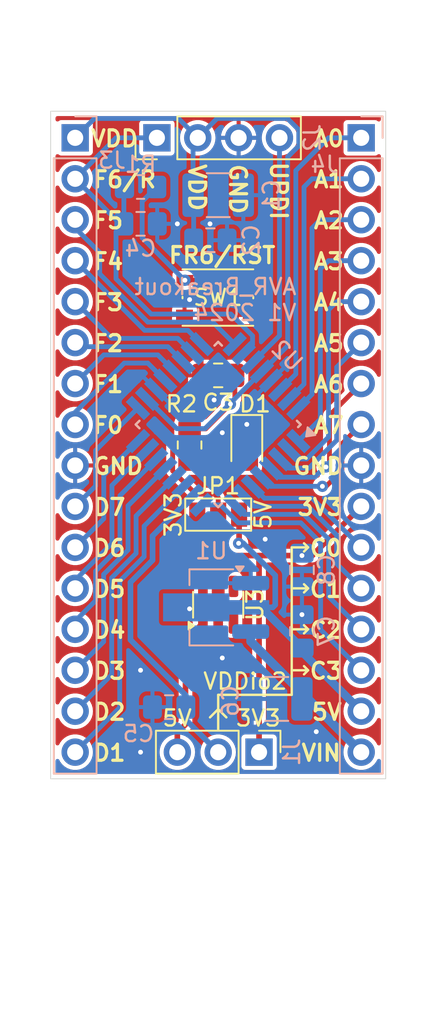
<source format=kicad_pcb>
(kicad_pcb (version 20240108) (generator "pcbnew") (generator_version "8.0")
  (layers (0 "F.Cu" signal) (31 "B.Cu" signal) (34 "B.Paste" user) (35 "F.Paste" user) (36 "B.SilkS" user "B.Silkscreen") (37 "F.SilkS" user "F.Silkscreen") (38 "B.Mask" user) (39 "F.Mask" user) (44 "Edge.Cuts" user))
  (net 0 "")
  (net 1 "GND")
  (net 2 "/UPDI")
  (net 3 "VDD")
  (net 4 "PF6{slash}RST")
  (net 5 "PF3")
  (net 6 "PF4")
  (net 7 "PD7{slash}REFA")
  (net 8 "PD1")
  (net 9 "PD4")
  (net 10 "PF2")
  (net 11 "PD2")
  (net 12 "PD6")
  (net 13 "PF1")
  (net 14 "PD5")
  (net 15 "PF5")
  (net 16 "PF0")
  (net 17 "PD3")
  (net 18 "PC3")
  (net 19 "PA3")
  (net 20 "VDDIO2")
  (net 21 "PA6")
  (net 22 "PA1")
  (net 23 "VIN")
  (net 24 "PA4")
  (net 25 "PC1")
  (net 26 "PA0")
  (net 27 "PA2")
  (net 28 "PC2")
  (net 29 "PC0")
  (net 30 "PA5")
  (net 31 "PA7")
  (net 32 "Net-(R1-Pad2)")
  (net 33 "Net-(D1-A)")
  (net 34 "3V3")
  (net 36 "5V")
  (footprint "Button_Switch_SMD:SW_Push_1P1T_NO_Vertical_Wuerth_434133025816" (layer "F.Cu") (at 153.652 75.946 180)
    (property "Reference" "SW1" (at 0 0 180) (layer "F.SilkS"))
    (property "Value" "SW_Push")
    (fp_line (start 2.2 0.05) (end 2.2 -0.05) (stroke (width 0.12)) (layer "F.SilkS"))
    (fp_line (start 2.2 -1.75) (end -2.2 -1.75) (stroke (width 0.12)) (layer "F.SilkS"))
    (fp_line (start -2.2 1.75) (end 2.2 1.75) (stroke (width 0.12)) (layer "F.SilkS"))
    (fp_line (start -2.2 0.05) (end -2.2 -0.05) (stroke (width 0.12)) (layer "F.SilkS"))
    (pad "1" smd rect (at -2.075 -1.075 180) (size 1.05 0.65) (layers "F.Cu" "F.Paste" "F.Mask") (net 1 "GND"))
    (pad "1" smd rect (at 2.075 -1.075 180) (size 1.05 0.65) (layers "F.Cu" "F.Paste" "F.Mask") (net 1 "GND"))
    (pad "2" smd rect (at -2.075 1.075 180) (size 1.05 0.65) (layers "F.Cu" "F.Paste" "F.Mask") (net 32 "Net-(R1-Pad2)"))
    (pad "2" smd rect (at 2.05 1.075 180) (size 1.05 0.65) (layers "F.Cu" "F.Paste" "F.Mask") (net 32 "Net-(R1-Pad2)"))
  )
  (footprint "LED_SMD:LED_0805_2012Metric_Pad1.15x1.40mm_HandSolder" (layer "F.Cu") (at 155.448 85.09 -90)
    (property "Reference" "D1" (at -2.54 -0.508 0) (layer "F.SilkS"))
    (property "Value" "LED")
    (fp_line (start -1.86 0.96) (end 1 0.96) (stroke (width 0.12)) (layer "F.SilkS"))
    (fp_line (start -1.86 -0.96) (end -1.86 0.96) (stroke (width 0.12)) (layer "F.SilkS"))
    (fp_line (start 1 -0.96) (end -1.86 -0.96) (stroke (width 0.12)) (layer "F.SilkS"))
    (pad "1" smd roundrect (at -1.025 0 270) (size 1.15 1.4) (layers "F.Cu" "F.Paste" "F.Mask") (roundrect_rratio 0.217391) (net 1 "GND"))
    (pad "2" smd roundrect (at 1.025 0 270) (size 1.15 1.4) (layers "F.Cu" "F.Paste" "F.Mask") (roundrect_rratio 0.217391) (net 33 "Net-(D1-A)"))
  )
  (footprint "Jumper:SolderJumper-3_P1.3mm_Open_Pad1.0x1.5mm_NumberLabels" (layer "F.Cu") (at 153.67 89.408)
    (property "Reference" "JP1" (at 0 -1.778 0) (layer "F.SilkS"))
    (property "Value" "SolderJumper_3_Open")
    (fp_line (start -2.05 -1) (end 2.05 -1) (stroke (width 0.12)) (layer "F.SilkS"))
    (fp_line (start -2.05 1) (end -2.05 -1) (stroke (width 0.12)) (layer "F.SilkS"))
    (fp_line (start 2.05 -1) (end 2.05 1) (stroke (width 0.12)) (layer "F.SilkS"))
    (fp_line (start 2.05 1) (end -2.05 1) (stroke (width 0.12)) (layer "F.SilkS"))
    (fp_text user "5V" (at 2.794 0 -90) (layer "F.SilkS"))
    (fp_text user "3V3" (at -2.794 0 90) (layer "F.SilkS"))
    (pad "1" smd rect (at -1.3 0) (size 1 1.5) (layers "F.Cu" "F.Mask") (net 34 "3V3"))
    (pad "2" smd rect (at 0 0) (size 1 1.5) (layers "F.Cu" "F.Mask") (net 3 "VDD"))
    (pad "3" smd rect (at 1.3 0) (size 1 1.5) (layers "F.Cu" "F.Mask") (net 36 "5V"))
  )
  (footprint "Connector_PinHeader_2.54mm:PinHeader_1x03_P2.54mm_Vertical" (layer "F.Cu") (at 156.21 104.14 -90)
    (property "Reference" "J1" (at 0 -2.032 -90) (layer "B.SilkS") (effects (justify mirror)))
    (property "Value" "Conn_01x03")
    (fp_line (start -1.33 6.41) (end 1.33 6.41) (stroke (width 0.12)) (layer "F.SilkS"))
    (fp_line (start -1.33 1.27) (end -1.33 6.41) (stroke (width 0.12)) (layer "F.SilkS"))
    (fp_line (start -1.33 1.27) (end 1.33 1.27) (stroke (width 0.12)) (layer "F.SilkS"))
    (fp_line (start 1.33 1.27) (end 1.33 6.41) (stroke (width 0.12)) (layer "F.SilkS"))
    (fp_line (start -1.33 0) (end -1.33 -1.33) (stroke (width 0.12)) (layer "F.SilkS"))
    (fp_line (start -1.33 -1.33) (end 0 -1.33) (stroke (width 0.12)) (layer "F.SilkS"))
    (pad "1" thru_hole rect (at 0 0 270) (size 1.7 1.7) (drill 1) (layers "*.Cu" "*.Mask") (net 34 "3V3"))
    (pad "2" thru_hole oval (at 0 2.54 270) (size 1.7 1.7) (drill 1) (layers "*.Cu" "*.Mask") (net 20 "VDDIO2"))
    (pad "3" thru_hole oval (at 0 5.08 270) (size 1.7 1.7) (drill 1) (layers "*.Cu" "*.Mask") (net 36 "5V"))
  )
  (footprint "Connector_PinHeader_2.54mm:PinHeader_1x04_P2.54mm_Vertical" (layer "F.Cu") (at 149.86 66.04 90)
    (property "Reference" "J2" (at 0 9.652 90) (layer "B.SilkS") (effects (justify mirror)))
    (property "Value" "Conn_01x04")
    (fp_line (start -1.33 -1.33) (end 0 -1.33) (stroke (width 0.12)) (layer "F.SilkS"))
    (fp_line (start -1.33 0) (end -1.33 -1.33) (stroke (width 0.12)) (layer "F.SilkS"))
    (fp_line (start 1.33 1.27) (end 1.33 8.95) (stroke (width 0.12)) (layer "F.SilkS"))
    (fp_line (start -1.33 1.27) (end 1.33 1.27) (stroke (width 0.12)) (layer "F.SilkS"))
    (fp_line (start -1.33 1.27) (end -1.33 8.95) (stroke (width 0.12)) (layer "F.SilkS"))
    (fp_line (start -1.33 8.95) (end 1.33 8.95) (stroke (width 0.12)) (layer "F.SilkS"))
    (pad "1" thru_hole rect (at 0 0 90) (size 1.7 1.7) (drill 1) (layers "*.Cu" "*.Mask") (net 4 "PF6{slash}RST"))
    (pad "2" thru_hole oval (at 0 2.54 90) (size 1.7 1.7) (drill 1) (layers "*.Cu" "*.Mask") (net 3 "VDD"))
    (pad "3" thru_hole oval (at 0 5.08 90) (size 1.7 1.7) (drill 1) (layers "*.Cu" "*.Mask") (net 1 "GND"))
    (pad "4" thru_hole oval (at 0 7.62 90) (size 1.7 1.7) (drill 1) (layers "*.Cu" "*.Mask") (net 2 "/UPDI"))
  )
  (footprint "Capacitor_SMD:C_0805_2012Metric_Pad1.18x1.45mm_HandSolder" (layer "F.Cu") (at 153.67 80.772 180)
    (property "Reference" "C3" (at 0 -1.68 0) (layer "F.SilkS"))
    (property "Value" "100nf")
    (fp_line (start -0.261252 0.735) (end 0.261252 0.735) (stroke (width 0.12)) (layer "F.SilkS"))
    (fp_line (start -0.261252 -0.735) (end 0.261252 -0.735) (stroke (width 0.12)) (layer "F.SilkS"))
    (pad "1" smd roundrect (at -1.0375 0 180) (size 1.175 1.45) (layers "F.Cu" "F.Paste" "F.Mask") (roundrect_rratio 0.212766) (net 3 "VDD"))
    (pad "2" smd roundrect (at 1.0375 0 180) (size 1.175 1.45) (layers "F.Cu" "F.Paste" "F.Mask") (roundrect_rratio 0.212766) (net 1 "GND"))
  )
  (footprint "Resistor_SMD:R_0805_2012Metric_Pad1.20x1.40mm_HandSolder" (layer "F.Cu") (at 151.892 85.09 90)
    (property "Reference" "R2" (at 2.54 -0.508 180) (layer "F.SilkS"))
    (property "Value" "1K")
    (fp_line (start -0.227064 -0.735) (end 0.227064 -0.735) (stroke (width 0.12)) (layer "F.SilkS"))
    (fp_line (start -0.227064 0.735) (end 0.227064 0.735) (stroke (width 0.12)) (layer "F.SilkS"))
    (pad "1" smd roundrect (at -1 0 90) (size 1.2 1.4) (layers "F.Cu" "F.Paste" "F.Mask") (roundrect_rratio 0.208333) (net 33 "Net-(D1-A)"))
    (pad "2" smd roundrect (at 1 0 90) (size 1.2 1.4) (layers "F.Cu" "F.Paste" "F.Mask") (roundrect_rratio 0.208333) (net 3 "VDD"))
  )
  (footprint "Package_TO_SOT_SMD:SOT-23-5" (layer "F.Cu") (at 153.67 94.996 90)
    (property "Reference" "U3" (at 0 2.286 90) (layer "F.SilkS"))
    (property "Value" "AP2112K-3.3")
    (fp_line (start 0 -1.56) (end 0.8 -1.56) (stroke (width 0.12)) (layer "F.SilkS"))
    (fp_line (start 0 -1.56) (end -0.8 -1.56) (stroke (width 0.12)) (layer "F.SilkS"))
    (fp_line (start 0 1.56) (end 0.8 1.56) (stroke (width 0.12)) (layer "F.SilkS"))
    (fp_line (start 0 1.56) (end -0.8 1.56) (stroke (width 0.12)) (layer "F.SilkS"))
    (fp_poly (pts (xy -1.3 -1.51) (xy -1.54 -1.84) (xy -1.06 -1.84) (xy -1.3 -1.51)) (stroke (width 0.12)) (fill solid) (layer "F.SilkS"))
    (pad "1" smd roundrect (at -1.1375 -0.95 90) (size 1.325 0.6) (layers "F.Cu" "F.Paste" "F.Mask") (net 36 "5V"))
    (pad "2" smd roundrect (at -1.1375 0 90) (size 1.325 0.6) (layers "F.Cu" "F.Paste" "F.Mask") (net 1 "GND"))
    (pad "3" smd roundrect (at -1.1375 0.95 90) (size 1.325 0.6) (layers "F.Cu" "F.Paste" "F.Mask") (net 36 "5V"))
    (pad "4" smd roundrect (at 1.1375 0.95 90) (size 1.325 0.6) (layers "F.Cu" "F.Paste" "F.Mask"))
    (pad "5" smd roundrect (at 1.1375 -0.95 90) (size 1.325 0.6) (layers "F.Cu" "F.Paste" "F.Mask") (net 34 "3V3"))
  )
  (footprint "Connector_PinHeader_2.54mm:PinHeader_1x16_P2.54mm_Vertical" (layer "B.Cu") (at 162.56 66.04 180)
    (property "Reference" "J4" (at 2.286 -1.651 0) (layer "B.SilkS") (effects (justify mirror)))
    (property "Value" "Conn_01x16")
    (fp_line (start 1.33 -1.27) (end -1.33 -1.27) (stroke (width 0.12)) (layer "B.SilkS"))
    (fp_line (start 1.33 -39.43) (end 1.33 -1.27) (stroke (width 0.12)) (layer "B.SilkS"))
    (fp_line (start 1.33 -39.43) (end -1.33 -39.43) (stroke (width 0.12)) (layer "B.SilkS"))
    (fp_line (start 0 1.33) (end -1.33 1.33) (stroke (width 0.12)) (layer "B.SilkS"))
    (fp_line (start -1.33 1.33) (end -1.33 0) (stroke (width 0.12)) (layer "B.SilkS"))
    (fp_line (start -1.33 -39.43) (end -1.33 -1.27) (stroke (width 0.12)) (layer "B.SilkS"))
    (pad "1" thru_hole rect (at 0 0 180) (size 1.7 1.7) (drill 1) (layers "*.Cu" "*.Mask") (net 26 "PA0"))
    (pad "2" thru_hole oval (at 0 -2.54 180) (size 1.7 1.7) (drill 1) (layers "*.Cu" "*.Mask") (net 22 "PA1"))
    (pad "3" thru_hole oval (at 0 -5.08 180) (size 1.7 1.7) (drill 1) (layers "*.Cu" "*.Mask") (net 27 "PA2"))
    (pad "4" thru_hole oval (at 0 -7.62 180) (size 1.7 1.7) (drill 1) (layers "*.Cu" "*.Mask") (net 19 "PA3"))
    (pad "5" thru_hole oval (at 0 -10.16 180) (size 1.7 1.7) (drill 1) (layers "*.Cu" "*.Mask") (net 24 "PA4"))
    (pad "6" thru_hole oval (at 0 -12.7 180) (size 1.7 1.7) (drill 1) (layers "*.Cu" "*.Mask") (net 30 "PA5"))
    (pad "7" thru_hole oval (at 0 -15.24 180) (size 1.7 1.7) (drill 1) (layers "*.Cu" "*.Mask") (net 21 "PA6"))
    (pad "8" thru_hole oval (at 0 -17.78 180) (size 1.7 1.7) (drill 1) (layers "*.Cu" "*.Mask") (net 31 "PA7"))
    (pad "9" thru_hole oval (at 0 -20.32 180) (size 1.7 1.7) (drill 1) (layers "*.Cu" "*.Mask") (net 1 "GND"))
    (pad "10" thru_hole oval (at 0 -22.86 180) (size 1.7 1.7) (drill 1) (layers "*.Cu" "*.Mask") (net 34 "3V3"))
    (pad "11" thru_hole oval (at 0 -25.4 180) (size 1.7 1.7) (drill 1) (layers "*.Cu" "*.Mask") (net 29 "PC0"))
    (pad "12" thru_hole oval (at 0 -27.94 180) (size 1.7 1.7) (drill 1) (layers "*.Cu" "*.Mask") (net 25 "PC1"))
    (pad "13" thru_hole oval (at 0 -30.48 180) (size 1.7 1.7) (drill 1) (layers "*.Cu" "*.Mask") (net 28 "PC2"))
    (pad "14" thru_hole oval (at 0 -33.02 180) (size 1.7 1.7) (drill 1) (layers "*.Cu" "*.Mask") (net 18 "PC3"))
    (pad "15" thru_hole oval (at 0 -35.56 180) (size 1.7 1.7) (drill 1) (layers "*.Cu" "*.Mask") (net 36 "5V"))
    (pad "16" thru_hole oval (at 0 -38.1 180) (size 1.7 1.7) (drill 1) (layers "*.Cu" "*.Mask") (net 23 "VIN"))
  )
  (footprint "Connector_PinHeader_2.54mm:PinHeader_1x16_P2.54mm_Vertical" (layer "B.Cu") (at 144.78 66.04 180)
    (property "Reference" "J3" (at -2.286 -1.397 0) (layer "B.SilkS") (effects (justify mirror)))
    (property "Value" "Conn_01x16")
    (fp_line (start 1.33 -1.27) (end -1.33 -1.27) (stroke (width 0.12)) (layer "B.SilkS"))
    (fp_line (start 1.33 -39.43) (end 1.33 -1.27) (stroke (width 0.12)) (layer "B.SilkS"))
    (fp_line (start 1.33 -39.43) (end -1.33 -39.43) (stroke (width 0.12)) (layer "B.SilkS"))
    (fp_line (start 0 1.33) (end -1.33 1.33) (stroke (width 0.12)) (layer "B.SilkS"))
    (fp_line (start -1.33 1.33) (end -1.33 0) (stroke (width 0.12)) (layer "B.SilkS"))
    (fp_line (start -1.33 -39.43) (end -1.33 -1.27) (stroke (width 0.12)) (layer "B.SilkS"))
    (pad "1" thru_hole rect (at 0 0 180) (size 1.7 1.7) (drill 1) (layers "*.Cu" "*.Mask") (net 3 "VDD"))
    (pad "2" thru_hole oval (at 0 -2.54 180) (size 1.7 1.7) (drill 1) (layers "*.Cu" "*.Mask") (net 4 "PF6{slash}RST"))
    (pad "3" thru_hole oval (at 0 -5.08 180) (size 1.7 1.7) (drill 1) (layers "*.Cu" "*.Mask") (net 15 "PF5"))
    (pad "4" thru_hole oval (at 0 -7.62 180) (size 1.7 1.7) (drill 1) (layers "*.Cu" "*.Mask") (net 6 "PF4"))
    (pad "5" thru_hole oval (at 0 -10.16 180) (size 1.7 1.7) (drill 1) (layers "*.Cu" "*.Mask") (net 5 "PF3"))
    (pad "6" thru_hole oval (at 0 -12.7 180) (size 1.7 1.7) (drill 1) (layers "*.Cu" "*.Mask") (net 10 "PF2"))
    (pad "7" thru_hole oval (at 0 -15.24 180) (size 1.7 1.7) (drill 1) (layers "*.Cu" "*.Mask") (net 13 "PF1"))
    (pad "8" thru_hole oval (at 0 -17.78 180) (size 1.7 1.7) (drill 1) (layers "*.Cu" "*.Mask") (net 16 "PF0"))
    (pad "9" thru_hole oval (at 0 -20.32 180) (size 1.7 1.7) (drill 1) (layers "*.Cu" "*.Mask") (net 1 "GND"))
    (pad "10" thru_hole oval (at 0 -22.86 180) (size 1.7 1.7) (drill 1) (layers "*.Cu" "*.Mask") (net 7 "PD7{slash}REFA"))
    (pad "11" thru_hole oval (at 0 -25.4 180) (size 1.7 1.7) (drill 1) (layers "*.Cu" "*.Mask") (net 12 "PD6"))
    (pad "12" thru_hole oval (at 0 -27.94 180) (size 1.7 1.7) (drill 1) (layers "*.Cu" "*.Mask") (net 14 "PD5"))
    (pad "13" thru_hole oval (at 0 -30.48 180) (size 1.7 1.7) (drill 1) (layers "*.Cu" "*.Mask") (net 9 "PD4"))
    (pad "14" thru_hole oval (at 0 -33.02 180) (size 1.7 1.7) (drill 1) (layers "*.Cu" "*.Mask") (net 17 "PD3"))
    (pad "15" thru_hole oval (at 0 -35.56 180) (size 1.7 1.7) (drill 1) (layers "*.Cu" "*.Mask") (net 11 "PD2"))
    (pad "16" thru_hole oval (at 0 -38.1 180) (size 1.7 1.7) (drill 1) (layers "*.Cu" "*.Mask") (net 8 "PD1"))
  )
  (footprint "Capacitor_SMD:C_0805_2012Metric_Pad1.18x1.45mm_HandSolder" (layer "B.Cu") (at 150.622 101.346 180)
    (property "Reference" "C5" (at 1.905 -1.651 180) (layer "B.SilkS") (effects (justify mirror)))
    (property "Value" "100nf")
    (fp_line (start 0.261252 0.735) (end -0.261252 0.735) (stroke (width 0.12)) (layer "B.SilkS"))
    (fp_line (start 0.261252 -0.735) (end -0.261252 -0.735) (stroke (width 0.12)) (layer "B.SilkS"))
    (pad "1" smd roundrect (at -1.0375 0 180) (size 1.175 1.45) (layers "B.Cu" "B.Paste" "B.Mask") (roundrect_rratio 0.212766) (net 20 "VDDIO2"))
    (pad "2" smd roundrect (at 1.0375 0 180) (size 1.175 1.45) (layers "B.Cu" "B.Paste" "B.Mask") (roundrect_rratio 0.212766) (net 1 "GND"))
  )
  (footprint "Package_TO_SOT_SMD:SOT-89-3_Handsoldering" (layer "B.Cu") (at 153.243 95.1605 180)
    (property "Reference" "U1" (at 0 3.5 0) (layer "B.SilkS") (effects (justify mirror)))
    (property "Value" "AZ1117R-5.0")
    (fp_line (start 1.36 2.36) (end 1.36 1.38) (stroke (width 0.12)) (layer "B.SilkS"))
    (fp_line (start 1.36 2.36) (end -1.22 2.36) (stroke (width 0.12)) (layer "B.SilkS"))
    (fp_line (start 1.36 2.36) (end -1.36 2.36) (stroke (width 0.12)) (layer "B.SilkS"))
    (fp_line (start 1.36 -2.36) (end 1.36 -1.38) (stroke (width 0.12)) (layer "B.SilkS"))
    (fp_line (start -1.36 -2.36) (end 1.36 -2.36) (stroke (width 0.12)) (layer "B.SilkS"))
    (fp_poly (pts (xy -1.77 2.21) (xy -2.01 2.54) (xy -1.53 2.54) (xy -1.77 2.21)) (stroke (width 0.12)) (fill solid) (layer "B.SilkS"))
    (pad "1" smd roundrect (at -2.45 1.5 180) (size 2.3 0.9) (layers "B.Cu" "B.Paste" "B.Mask") (net 1 "GND"))
    (pad "2" smd custom (at -2.3625 0 180) (size 2.475 0.9) (layers "B.Cu" "B.Paste" "B.Mask") (net 36 "5V") (options (clearance outline) (anchor rect)) (primitives (gr_poly (pts (xy 5.3625 -0.8665) (xy 1.2375 -0.8665) (xy 1.2375 0.8665) (xy 5.3625 0.8665)) (width 0) (fill yes))))
    (pad "3" smd roundrect (at -2.45 -1.5 180) (size 2.3 0.9) (layers "B.Cu" "B.Paste" "B.Mask") (net 23 "VIN"))
  )
  (footprint "Package_QFP:TQFP-32_7x7mm_P0.8mm" (layer "B.Cu") (at 153.67 83.82 135)
    (property "Reference" "U2" (at 0 6.05 135) (layer "B.SilkS") (effects (justify mirror)))
    (property "Value" "AVR128DB32x-xPT")
    (fp_line (start 3.625 -3.299999) (end 3.625 -3.625) (stroke (width 0.15)) (layer "B.SilkS"))
    (fp_line (start 3.299999 -3.625) (end 3.625 -3.625) (stroke (width 0.15)) (layer "B.SilkS"))
    (fp_line (start 3.625 3.299999) (end 3.625 3.625) (stroke (width 0.15)) (layer "B.SilkS"))
    (fp_line (start -3.299999 -3.625) (end -3.625 -3.625) (stroke (width 0.15)) (layer "B.SilkS"))
    (fp_line (start 3.299999 3.625) (end 3.625 3.625) (stroke (width 0.15)) (layer "B.SilkS"))
    (fp_line (start -3.625 -3.299999) (end -3.625 -3.625) (stroke (width 0.15)) (layer "B.SilkS"))
    (fp_line (start -3.299999 3.625) (end -3.625 3.625) (stroke (width 0.15)) (layer "B.SilkS"))
    (fp_line (start -3.625 3.4) (end -3.625 3.625) (stroke (width 0.15)) (layer "B.SilkS"))
    (fp_poly (pts (xy -4.39 3.34) (xy -4.73 3.81) (xy -4.05 3.81) (xy -4.39 3.34)) (stroke (width 0.12)) (fill solid) (layer "B.SilkS"))
    (pad "1" smd rect (at -4.25 2.8 135) (size 1.6 0.55) (layers "B.Cu" "B.Paste" "B.Mask") (net 19 "PA3"))
    (pad "2" smd rect (at -4.25 2 135) (size 1.6 0.55) (layers "B.Cu" "B.Paste" "B.Mask") (net 24 "PA4"))
    (pad "3" smd rect (at -4.25 1.2 135) (size 1.6 0.55) (layers "B.Cu" "B.Paste" "B.Mask") (net 30 "PA5"))
    (pad "4" smd rect (at -4.25 0.4 135) (size 1.6 0.55) (layers "B.Cu" "B.Paste" "B.Mask") (net 21 "PA6"))
    (pad "5" smd rect (at -4.25 -0.4 135) (size 1.6 0.55) (layers "B.Cu" "B.Paste" "B.Mask") (net 31 "PA7"))
    (pad "6" smd rect (at -4.25 -1.2 135) (size 1.6 0.55) (layers "B.Cu" "B.Paste" "B.Mask") (net 29 "PC0"))
    (pad "7" smd rect (at -4.25 -2 135) (size 1.6 0.55) (layers "B.Cu" "B.Paste" "B.Mask") (net 25 "PC1"))
    (pad "8" smd rect (at -4.25 -2.8 135) (size 1.6 0.55) (layers "B.Cu" "B.Paste" "B.Mask") (net 28 "PC2"))
    (pad "9" smd rect (at -2.8 -4.25 45) (size 1.6 0.55) (layers "B.Cu" "B.Paste" "B.Mask") (net 18 "PC3"))
    (pad "10" smd rect (at -2 -4.25 45) (size 1.6 0.55) (layers "B.Cu" "B.Paste" "B.Mask") (net 20 "VDDIO2"))
    (pad "11" smd rect (at -1.2 -4.25 45) (size 1.6 0.55) (layers "B.Cu" "B.Paste" "B.Mask") (net 8 "PD1"))
    (pad "12" smd rect (at -0.4 -4.25 45) (size 1.6 0.55) (layers "B.Cu" "B.Paste" "B.Mask") (net 11 "PD2"))
    (pad "13" smd rect (at 0.4 -4.25 45) (size 1.6 0.55) (layers "B.Cu" "B.Paste" "B.Mask") (net 17 "PD3"))
    (pad "14" smd rect (at 1.2 -4.25 45) (size 1.6 0.55) (layers "B.Cu" "B.Paste" "B.Mask") (net 9 "PD4"))
    (pad "15" smd rect (at 2 -4.25 45) (size 1.6 0.55) (layers "B.Cu" "B.Paste" "B.Mask") (net 14 "PD5"))
    (pad "16" smd rect (at 2.8 -4.25 45) (size 1.6 0.55) (layers "B.Cu" "B.Paste" "B.Mask") (net 12 "PD6"))
    (pad "17" smd rect (at 4.25 -2.8 135) (size 1.6 0.55) (layers "B.Cu" "B.Paste" "B.Mask") (net 7 "PD7{slash}REFA"))
    (pad "18" smd rect (at 4.25 -2 135) (size 1.6 0.55) (layers "B.Cu" "B.Paste" "B.Mask") (net 3 "VDD"))
    (pad "19" smd rect (at 4.25 -1.2 135) (size 1.6 0.55) (layers "B.Cu" "B.Paste" "B.Mask") (net 1 "GND"))
    (pad "20" smd rect (at 4.25 -0.4 135) (size 1.6 0.55) (layers "B.Cu" "B.Paste" "B.Mask") (net 16 "PF0"))
    (pad "21" smd rect (at 4.25 0.4 135) (size 1.6 0.55) (layers "B.Cu" "B.Paste" "B.Mask") (net 13 "PF1"))
    (pad "22" smd rect (at 4.25 1.2 135) (size 1.6 0.55) (layers "B.Cu" "B.Paste" "B.Mask") (net 10 "PF2"))
    (pad "23" smd rect (at 4.25 2 135) (size 1.6 0.55) (layers "B.Cu" "B.Paste" "B.Mask") (net 5 "PF3"))
    (pad "24" smd rect (at 4.25 2.8 135) (size 1.6 0.55) (layers "B.Cu" "B.Paste" "B.Mask") (net 6 "PF4"))
    (pad "25" smd rect (at 2.8 4.25 45) (size 1.6 0.55) (layers "B.Cu" "B.Paste" "B.Mask") (net 15 "PF5"))
    (pad "26" smd rect (at 2 4.25 45) (size 1.6 0.55) (layers "B.Cu" "B.Paste" "B.Mask") (net 4 "PF6{slash}RST"))
    (pad "27" smd rect (at 1.2 4.25 45) (size 1.6 0.55) (layers "B.Cu" "B.Paste" "B.Mask") (net 2 "/UPDI"))
    (pad "28" smd rect (at 0.4 4.25 45) (size 1.6 0.55) (layers "B.Cu" "B.Paste" "B.Mask") (net 3 "VDD"))
    (pad "29" smd rect (at -0.4 4.25 45) (size 1.6 0.55) (layers "B.Cu" "B.Paste" "B.Mask") (net 1 "GND"))
    (pad "30" smd rect (at -1.2 4.25 45) (size 1.6 0.55) (layers "B.Cu" "B.Paste" "B.Mask") (net 26 "PA0"))
    (pad "31" smd rect (at -2 4.25 45) (size 1.6 0.55) (layers "B.Cu" "B.Paste" "B.Mask") (net 22 "PA1"))
    (pad "32" smd rect (at -2.8 4.25 45) (size 1.6 0.55) (layers "B.Cu" "B.Paste" "B.Mask") (net 27 "PA2"))
  )
  (footprint "Capacitor_SMD:C_0805_2012Metric_Pad1.18x1.45mm_HandSolder" (layer "B.Cu") (at 153.1835 72.39)
    (property "Reference" "C2" (at 2.54 0 90) (layer "B.SilkS") (effects (justify mirror)))
    (property "Value" "100nf")
    (fp_line (start 0.261253 -0.735) (end -0.261253 -0.735) (stroke (width 0.12)) (layer "B.SilkS"))
    (fp_line (start 0.261253 0.735) (end -0.261253 0.735) (stroke (width 0.12)) (layer "B.SilkS"))
    (pad "1" smd roundrect (at -1.0375 0) (size 1.175 1.45) (layers "B.Cu" "B.Paste" "B.Mask") (roundrect_rratio 0.212766) (net 3 "VDD"))
    (pad "2" smd roundrect (at 1.0375 0) (size 1.175 1.45) (layers "B.Cu" "B.Paste" "B.Mask") (roundrect_rratio 0.212766) (net 1 "GND"))
  )
  (footprint "Capacitor_SMD:C_0805_2012Metric_Pad1.18x1.45mm_HandSolder" (layer "B.Cu") (at 158.877 92.837 90)
    (property "Reference" "C8" (at 0 1.524 90) (layer "B.SilkS") (effects (justify mirror)))
    (property "Value" "100nf")
    (fp_line (start 0.261252 -0.735) (end -0.261252 -0.735) (stroke (width 0.12)) (layer "B.SilkS"))
    (fp_line (start 0.261252 0.735) (end -0.261252 0.735) (stroke (width 0.12)) (layer "B.SilkS"))
    (pad "1" smd roundrect (at -1.0375 0 90) (size 1.175 1.45) (layers "B.Cu" "B.Paste" "B.Mask") (roundrect_rratio 0.212766) (net 1 "GND"))
    (pad "2" smd roundrect (at 1.0375 0 90) (size 1.175 1.45) (layers "B.Cu" "B.Paste" "B.Mask") (roundrect_rratio 0.212766) (net 34 "3V3"))
  )
  (footprint "Capacitor_SMD:C_0805_2012Metric_Pad1.18x1.45mm_HandSolder" (layer "B.Cu") (at 158.877 96.647 -90)
    (property "Reference" "C7" (at 0 -1.524 90) (layer "B.SilkS") (effects (justify mirror)))
    (property "Value" "100nf")
    (fp_line (start 0.261252 0.735) (end -0.261252 0.735) (stroke (width 0.12)) (layer "B.SilkS"))
    (fp_line (start 0.261252 -0.735) (end -0.261252 -0.735) (stroke (width 0.12)) (layer "B.SilkS"))
    (pad "1" smd roundrect (at -1.0375 0 270) (size 1.175 1.45) (layers "B.Cu" "B.Paste" "B.Mask") (roundrect_rratio 0.212766) (net 1 "GND"))
    (pad "2" smd roundrect (at 1.0375 0 270) (size 1.175 1.45) (layers "B.Cu" "B.Paste" "B.Mask") (roundrect_rratio 0.212766) (net 36 "5V"))
  )
  (footprint "Capacitor_SMD:C_1210_3225Metric_Pad1.33x2.70mm_HandSolder" (layer "B.Cu") (at 157.3145 100.838 180)
    (property "Reference" "C6" (at 2.8825 -0.127 90) (layer "B.SilkS") (effects (justify mirror)))
    (property "Value" "10uf")
    (fp_line (start 0.711252 1.36) (end -0.711252 1.36) (stroke (width 0.12)) (layer "B.SilkS"))
    (fp_line (start 0.711252 -1.36) (end -0.711252 -1.36) (stroke (width 0.12)) (layer "B.SilkS"))
    (pad "1" smd roundrect (at -1.5625 0 180) (size 1.325 2.7) (layers "B.Cu" "B.Paste" "B.Mask") (roundrect_rratio 0.188679) (net 23 "VIN"))
    (pad "2" smd roundrect (at 1.5625 0 180) (size 1.325 2.7) (layers "B.Cu" "B.Paste" "B.Mask") (roundrect_rratio 0.188679) (net 1 "GND"))
  )
  (footprint "Resistor_SMD:R_0805_2012Metric_Pad1.20x1.40mm_HandSolder" (layer "B.Cu") (at 148.844 69.088)
    (property "Reference" "R1" (at 0 -1.397 180) (layer "B.SilkS") (effects (justify mirror)))
    (property "Value" "330")
    (fp_line (start 0.227064 -0.735) (end -0.227064 -0.735) (stroke (width 0.12)) (layer "B.SilkS"))
    (fp_line (start 0.227064 0.735) (end -0.227064 0.735) (stroke (width 0.12)) (layer "B.SilkS"))
    (pad "1" smd roundrect (at -1 0) (size 1.2 1.4) (layers "B.Cu" "B.Paste" "B.Mask") (roundrect_rratio 0.208333) (net 4 "PF6{slash}RST"))
    (pad "2" smd roundrect (at 1 0) (size 1.2 1.4) (layers "B.Cu" "B.Paste" "B.Mask") (roundrect_rratio 0.208333) (net 32 "Net-(R1-Pad2)"))
  )
  (footprint "Capacitor_SMD:C_0805_2012Metric_Pad1.18x1.45mm_HandSolder" (layer "B.Cu") (at 148.844 71.374)
    (property "Reference" "C4" (at 0 1.524 0) (layer "B.SilkS") (effects (justify mirror)))
    (property "Value" "100nf")
    (fp_line (start 0.261252 -0.735) (end -0.261252 -0.735) (stroke (width 0.12)) (layer "B.SilkS"))
    (fp_line (start 0.261252 0.735) (end -0.261252 0.735) (stroke (width 0.12)) (layer "B.SilkS"))
    (pad "1" smd roundrect (at -1.0375 0) (size 1.175 1.45) (layers "B.Cu" "B.Paste" "B.Mask") (roundrect_rratio 0.212766) (net 4 "PF6{slash}RST"))
    (pad "2" smd roundrect (at 1.0375 0) (size 1.175 1.45) (layers "B.Cu" "B.Paste" "B.Mask") (roundrect_rratio 0.212766) (net 1 "GND"))
  )
  (footprint "Capacitor_SMD:C_1210_3225Metric_Pad1.33x2.70mm_HandSolder" (layer "B.Cu") (at 153.67 69.596)
    (property "Reference" "C1" (at 3.302 0 -90) (layer "B.SilkS") (effects (justify mirror)))
    (property "Value" "10uf")
    (fp_line (start 0.711252 -1.36) (end -0.711252 -1.36) (stroke (width 0.12)) (layer "B.SilkS"))
    (fp_line (start 0.711252 1.36) (end -0.711252 1.36) (stroke (width 0.12)) (layer "B.SilkS"))
    (pad "1" smd roundrect (at -1.5625 0) (size 1.325 2.7) (layers "B.Cu" "B.Paste" "B.Mask") (roundrect_rratio 0.188679) (net 3 "VDD"))
    (pad "2" smd roundrect (at 1.5625 0) (size 1.325 2.7) (layers "B.Cu" "B.Paste" "B.Mask") (roundrect_rratio 0.188679) (net 1 "GND"))
  )
  (gr_line (start 159.258 99.06) (end 159.004 98.806) (stroke (width 0.15)) (layer "F.SilkS"))
  (gr_line (start 159.004 93.726) (end 159.258 93.98) (stroke (width 0.15)) (layer "F.SilkS"))
  (gr_line (start 158.242 93.98) (end 159.258 93.98) (stroke (width 0.15)) (layer "F.SilkS"))
  (gr_line (start 154.178 101.981) (end 153.67 101.473) (stroke (width 0.15)) (layer "F.SilkS"))
  (gr_line (start 153.67 101.473) (end 153.162 101.981) (stroke (width 0.15)) (layer "F.SilkS"))
  (gr_line (start 158.242 96.52) (end 159.258 96.52) (stroke (width 0.15)) (layer "F.SilkS"))
  (gr_line (start 158.242 100.584) (end 153.67 100.584) (stroke (width 0.15)) (layer "F.SilkS"))
  (gr_line (start 159.004 91.186) (end 159.258 91.44) (stroke (width 0.15)) (layer "F.SilkS"))
  (gr_line (start 153.67 100.584) (end 153.67 102.743) (stroke (width 0.15)) (layer "F.SilkS"))
  (gr_line (start 158.242 91.44) (end 159.258 91.44) (stroke (width 0.15)) (layer "F.SilkS"))
  (gr_line (start 159.258 93.98) (end 159.004 94.234) (stroke (width 0.15)) (layer "F.SilkS"))
  (gr_line (start 159.258 96.52) (end 159.004 96.266) (stroke (width 0.15)) (layer "F.SilkS"))
  (gr_line (start 158.242 99.06) (end 159.258 99.06) (stroke (width 0.15)) (layer "F.SilkS"))
  (gr_line (start 158.242 100.584) (end 158.242 91.44) (stroke (width 0.15)) (layer "F.SilkS"))
  (gr_line (start 159.004 96.774) (end 159.258 96.52) (stroke (width 0.15)) (layer "F.SilkS"))
  (gr_line (start 159.004 99.314) (end 159.258 99.06) (stroke (width 0.15)) (layer "F.SilkS"))
  (gr_line (start 159.004 91.694) (end 159.258 91.44) (stroke (width 0.15)) (layer "F.SilkS"))
  (gr_rect (start 143.256 64.389) (end 164.084 105.791) (stroke (width 0.05)) (fill none) (layer "Edge.Cuts"))
  (gr_text "AVR_Breakout\nV1 2024" (at 158.623 77.47 0) (layer "B.SilkS") (effects (font (size 1 1)) (justify left bottom mirror)))
  (gr_text "C1\n" (at 159.258 94.615 0) (layer "F.SilkS") (effects (font (size 1 1) (thickness 0.2)) (justify left bottom)))
  (gr_text "F0" (at 145.796 84.455 0) (layer "F.SilkS") (effects (font (size 1 1) (thickness 0.2)) (justify left bottom)))
  (gr_text "A2" (at 159.512 71.755 0) (layer "F.SilkS") (effects (font (size 1 1) (thickness 0.2)) (justify left bottom)))
  (gr_text "D7" (at 145.796 89.535 0) (layer "F.SilkS") (effects (font (size 1 1) (thickness 0.2)) (justify left bottom)))
  (gr_text "F1" (at 145.796 81.915 0) (layer "F.SilkS") (effects (font (size 1 1) (thickness 0.2)) (justify left bottom)))
  (gr_text "5V" (at 159.385 102.235 0) (layer "F.SilkS") (effects (font (size 1 1) (thickness 0.2)) (justify left bottom)))
  (gr_text "VDD" (at 151.765 67.564 -90) (layer "F.SilkS") (effects (font (size 1 1) (thickness 0.2)) (justify left bottom)))
  (gr_text "VDD" (at 145.669 66.675 0) (layer "F.SilkS") (effects (font (size 1 1) (thickness 0.2)) (justify left bottom)))
  (gr_text "D3\n" (at 145.796 99.695 0) (layer "F.SilkS") (effects (font (size 1 1) (thickness 0.2)) (justify left bottom)))
  (gr_text "D5\n" (at 145.796 94.615 0) (layer "F.SilkS") (effects (font (size 1 1) (thickness 0.2)) (justify left bottom)))
  (gr_text "A3" (at 159.512 74.295 0) (layer "F.SilkS") (effects (font (size 1 1) (thickness 0.2)) (justify left bottom)))
  (gr_text "A6" (at 159.512 81.915 0) (layer "F.SilkS") (effects (font (size 1 1) (thickness 0.2)) (justify left bottom)))
  (gr_text "VIN" (at 158.75 104.775 0) (layer "F.SilkS") (effects (font (size 1 1) (thickness 0.2)) (justify left bottom)))
  (gr_text "UPDI" (at 156.845 67.437 270) (layer "F.SilkS") (effects (font (size 1 1) (thickness 0.2)) (justify left bottom)))
  (gr_text "GND" (at 158.242 86.995 0) (layer "F.SilkS") (effects (font (size 1 1) (thickness 0.2)) (justify left bottom)))
  (gr_text "5V" (at 150.114 102.616 0) (layer "F.SilkS") (effects (font (size 1 1)) (justify left bottom)))
  (gr_text "3V3" (at 158.496 89.535 0) (layer "F.SilkS") (effects (font (size 1 1) (thickness 0.2)) (justify left bottom)))
  (gr_text "A1" (at 159.512 69.215 0) (layer "F.SilkS") (effects (font (size 1 1) (thickness 0.2)) (justify left bottom)))
  (gr_text "F4" (at 145.796 74.295 0) (layer "F.SilkS") (effects (font (size 1 1) (thickness 0.2)) (justify left bottom)))
  (gr_text "C3\n" (at 159.258 99.695 0) (layer "F.SilkS") (effects (font (size 1 1) (thickness 0.2)) (justify left bottom)))
  (gr_text "D2\n" (at 145.796 102.235 0) (layer "F.SilkS") (effects (font (size 1 1) (thickness 0.2)) (justify left bottom)))
  (gr_text "GND" (at 145.796 86.995 0) (layer "F.SilkS") (effects (font (size 1 1) (thickness 0.2)) (justify left bottom)))
  (gr_text "C0\n" (at 159.258 92.075 0) (layer "F.SilkS") (effects (font (size 1 1) (thickness 0.2)) (justify left bottom)))
  (gr_text "F5" (at 145.796 71.755 0) (layer "F.SilkS") (effects (font (size 1 1) (thickness 0.2)) (justify left bottom)))
  (gr_text "GND" (at 154.305 67.564 270) (layer "F.SilkS") (effects (font (size 1 1) (thickness 0.2)) (justify left bottom)))
  (gr_text "A4" (at 159.512 76.835 0) (layer "F.SilkS") (effects (font (size 1 1) (thickness 0.2)) (justify left bottom)))
  (gr_text "F3" (at 145.796 76.835 0) (layer "F.SilkS") (effects (font (size 1 1) (thickness 0.2)) (justify left bottom)))
  (gr_text "D1\n" (at 145.796 104.775 0) (layer "F.SilkS") (effects (font (size 1 1) (thickness 0.2)) (justify left bottom)))
  (gr_text "F6/R" (at 145.796 69.215 0) (layer "F.SilkS") (effects (font (size 1 1) (thickness 0.2)) (justify left bottom)))
  (gr_text "FR6/RST" (at 150.495 73.914 0) (layer "F.SilkS") (effects (font (size 1 1) (thickness 0.2) (bold yes)) (justify left bottom)))
  (gr_text "A7" (at 159.512 84.455 0) (layer "F.SilkS") (effects (font (size 1 1) (thickness 0.2)) (justify left bottom)))
  (gr_text "D6\n" (at 145.796 92.075 0) (layer "F.SilkS") (effects (font (size 1 1) (thickness 0.2)) (justify left bottom)))
  (gr_text "VDDio2" (at 152.654 100.33 0) (layer "F.SilkS") (effects (font (size 1 1)) (justify left bottom)))
  (gr_text "A5" (at 159.512 79.375 0) (layer "F.SilkS") (effects (font (size 1 1) (thickness 0.2)) (justify left bottom)))
  (gr_text "D4\n" (at 145.796 97.155 0) (layer "F.SilkS") (effects (font (size 1 1) (thickness 0.2)) (justify left bottom)))
  (gr_text "A0" (at 159.512 66.675 0) (layer "F.SilkS") (effects (font (size 1 1) (thickness 0.2)) (justify left bottom)))
  (gr_text "3V3" (at 154.686 102.616 0) (layer "F.SilkS") (effects (font (size 1 1)) (justify left bottom)))
  (gr_text "C2\n" (at 159.258 97.155 0) (layer "F.SilkS") (effects (font (size 1 1) (thickness 0.2)) (justify left bottom)))
  (gr_text "F2" (at 145.796 79.375 0) (layer "F.SilkS") (effects (font (size 1 1) (thickness 0.2)) (justify left bottom)))
  (via (at 153.162 71.374) (size 0.7) (drill 0.3) (layers "F.Cu" "B.Cu") (net 1))
  (via (at 159.766 102.87) (size 0.7) (drill 0.3) (layers "F.Cu" "B.Cu") (net 1))
  (via (at 153.924 84.328) (size 0.7) (drill 0.3) (layers "F.Cu" "B.Cu") (net 1))
  (via (at 151.13 71.374) (size 0.7) (drill 0.3) (layers "F.Cu" "B.Cu") (net 1))
  (via (at 156.591 90.932) (size 0.7) (drill 0.3) (layers "F.Cu" "B.Cu") (net 1))
  (via (at 148.844 104.14) (size 0.7) (drill 0.3) (layers "F.Cu" "B.Cu") (net 1))
  (via (at 153.924 98.298) (size 0.7) (drill 0.3) (layers "F.Cu" "B.Cu") (net 1))
  (via (at 158.877 95.6095) (size 0.7) (drill 0.3) (layers "F.Cu" "B.Cu") (net 1))
  (via (at 155.448 83.811) (size 0.7) (drill 0.3) (layers "F.Cu" "B.Cu") (net 1))
  (via (at 151.892 76.073) (size 0.7) (drill 0.3) (layers "F.Cu" "B.Cu") (net 1))
  (via (at 153.416 82.296) (size 0.7) (drill 0.3) (layers "F.Cu" "B.Cu") (net 1))
  (via (at 148.844 99.06) (size 0.7) (drill 0.3) (layers "F.Cu" "B.Cu") (net 1))
  (segment (start 155.826676 79.966268) (end 157.48 78.312944) (width 0.3) (layer "B.Cu") (net 2))
  (segment (start 157.48 78.312944) (end 157.48 66.04) (width 0.3) (layer "B.Cu") (net 2))
  (segment (start 153.45 88.138) (end 153.67 88.358) (width 0.3) (layer "F.Cu") (net 3))
  (segment (start 151.892 84.09) (end 150.842 85.14) (width 0.3) (layer "F.Cu") (net 3))
  (segment (start 150.842 85.14) (end 150.842 86.695456) (width 0.3) (layer "F.Cu") (net 3))
  (segment (start 152.892 84.09) (end 154.432 82.55) (width 0.3) (layer "F.Cu") (net 3))
  (segment (start 154.403157 82.521157) (end 154.432 82.55) (width 0.3) (layer "F.Cu") (net 3))
  (segment (start 151.892 84.09) (end 152.892 84.09) (width 0.3) (layer "F.Cu") (net 3))
  (segment (start 154.7075 82.216814) (end 154.403157 82.521157) (width 0.3) (layer "F.Cu") (net 3))
  (segment (start 153.67 88.358) (end 153.67 89.408) (width 0.3) (layer "F.Cu") (net 3))
  (segment (start 154.7075 80.772) (end 154.7075 82.216814) (width 0.3) (layer "F.Cu") (net 3))
  (segment (start 150.842 86.695456) (end 152.284544 88.138) (width 0.3) (layer "F.Cu") (net 3))
  (segment (start 152.284544 88.138) (end 153.45 88.138) (width 0.3) (layer "F.Cu") (net 3))
  (via (at 154.432 82.55) (size 0.7) (drill 0.3) (layers "F.Cu" "B.Cu") (net 3))
  (segment (start 145.98 64.84) (end 151.2 64.84) (width 0.3) (layer "B.Cu") (net 3))
  (segment (start 158.68 65.542943) (end 157.977057 64.84) (width 0.3) (layer "B.Cu") (net 3))
  (segment (start 144.78 66.04) (end 145.98 64.84) (width 0.3) (layer "B.Cu") (net 3))
  (segment (start 154.403157 82.521157) (end 156.392361 80.531953) (width 0.3) (layer "B.Cu") (net 3))
  (segment (start 152.1075 69.596) (end 152.1075 66.3325) (width 0.3) (layer "B.Cu") (net 3))
  (segment (start 152.146 72.39) (end 152.146 69.6345) (width 0.3) (layer "B.Cu") (net 3))
  (segment (start 153.6 64.84) (end 152.4 66.04) (width 0.3) (layer "B.Cu") (net 3))
  (segment (start 157.988 67.229057) (end 158.68 66.537057) (width 0.3) (layer "B.Cu") (net 3))
  (segment (start 152.146 69.6345) (end 152.1075 69.596) (width 0.3) (layer "B.Cu") (net 3))
  (segment (start 157.988 78.936314) (end 157.988 67.229057) (width 0.3) (layer "B.Cu") (net 3))
  (segment (start 152.1075 66.3325) (end 152.4 66.04) (width 0.3) (layer "B.Cu") (net 3))
  (segment (start 156.392361 80.531953) (end 157.988 78.936314) (width 0.3) (layer "B.Cu") (net 3))
  (segment (start 157.977057 64.84) (end 153.6 64.84) (width 0.3) (layer "B.Cu") (net 3))
  (segment (start 151.095573 84.074) (end 149.250583 82.22901) (width 0.3) (layer "B.Cu") (net 3))
  (segment (start 152.850314 84.074) (end 151.095573 84.074) (width 0.3) (layer "B.Cu") (net 3))
  (segment (start 151.2 64.84) (end 152.4 66.04) (width 0.3) (layer "B.Cu") (net 3))
  (segment (start 154.403157 82.521157) (end 152.850314 84.074) (width 0.3) (layer "B.Cu") (net 3))
  (segment (start 158.68 66.537057) (end 158.68 65.542943) (width 0.3) (layer "B.Cu") (net 3))
  (segment (start 155.805445 78.318689) (end 154.456756 76.97) (width 0.3) (layer "B.Cu") (net 4))
  (segment (start 147.8065 69.1255) (end 147.8065 71.374) (width 0.3) (layer "B.Cu") (net 4))
  (segment (start 155.805445 78.856128) (end 155.805445 78.318689) (width 0.3) (layer "B.Cu") (net 4))
  (segment (start 155.26099 79.400583) (end 155.805445 78.856128) (width 0.3) (layer "B.Cu") (net 4))
  (segment (start 149.504212 76.97) (end 147.32 74.785788) (width 0.3) (layer "B.Cu") (net 4))
  (segment (start 147.574 71.374) (end 144.78 68.58) (width 0.3) (layer "B.Cu") (net 4))
  (segment (start 147.32 74.785788) (end 147.32 71.8605) (width 0.3) (layer "B.Cu") (net 4))
  (segment (start 147.8065 71.374) (end 147.574 71.374) (width 0.3) (layer "B.Cu") (net 4))
  (segment (start 147.32 71.8605) (end 147.8065 71.374) (width 0.3) (layer "B.Cu") (net 4))
  (segment (start 154.456756 76.97) (end 149.504212 76.97) (width 0.3) (layer "B.Cu") (net 4))
  (segment (start 147.844 69.088) (end 147.8065 69.1255) (width 0.3) (layer "B.Cu") (net 4))
  (segment (start 144.78 68.58) (end 147.32 66.04) (width 0.3) (layer "B.Cu") (net 4))
  (segment (start 147.32 66.04) (end 149.86 66.04) (width 0.3) (layer "B.Cu") (net 4))
  (segment (start 151.156427 78.478) (end 147.058 78.478) (width 0.3) (layer "B.Cu") (net 5))
  (segment (start 147.058 78.478) (end 144.78 76.2) (width 0.3) (layer "B.Cu") (net 5))
  (segment (start 152.07901 79.400583) (end 151.156427 78.478) (width 0.3) (layer "B.Cu") (net 5))
  (segment (start 149.098 77.978) (end 144.78 73.66) (width 0.3) (layer "B.Cu") (net 6))
  (segment (start 151.787798 77.978) (end 149.098 77.978) (width 0.3) (layer "B.Cu") (net 6))
  (segment (start 152.644695 78.834897) (end 151.787798 77.978) (width 0.3) (layer "B.Cu") (net 6))
  (segment (start 146.05 87.63) (end 144.78 88.9) (width 0.3) (layer "B.Cu") (net 7))
  (segment (start 148.684897 82.794695) (end 146.05 85.429592) (width 0.3) (layer "B.Cu") (net 7))
  (segment (start 146.05 85.429592) (end 146.05 87.63) (width 0.3) (layer "B.Cu") (net 7))
  (segment (start 147.55 101.37) (end 144.78 104.14) (width 0.3) (layer "B.Cu") (net 8))
  (segment (start 149.066 92.014425) (end 147.55 93.530425) (width 0.3) (layer "B.Cu") (net 8))
  (segment (start 151.513324 87.673732) (end 149.066 90.121056) (width 0.3) (layer "B.Cu") (net 8))
  (segment (start 149.066 90.121056) (end 149.066 92.014425) (width 0.3) (layer "B.Cu") (net 8))
  (segment (start 147.55 93.530425) (end 147.55 101.37) (width 0.3) (layer "B.Cu") (net 8))
  (segment (start 147.566 91.393106) (end 146.05 92.909106) (width 0.3) (layer "B.Cu") (net 9))
  (segment (start 146.05 92.909106) (end 146.05 94.742) (width 0.3) (layer "B.Cu") (net 9))
  (segment (start 144.78 96.012) (end 144.78 96.52) (width 0.3) (layer "B.Cu") (net 9))
  (segment (start 147.566 88.226944) (end 147.566 91.393106) (width 0.3) (layer "B.Cu") (net 9))
  (segment (start 149.816268 85.976676) (end 147.566 88.226944) (width 0.3) (layer "B.Cu") (net 9))
  (segment (start 146.05 94.742) (end 144.78 96.012) (width 0.3) (layer "B.Cu") (net 9))
  (segment (start 150.541056 78.994) (end 145.034 78.994) (width 0.3) (layer "B.Cu") (net 10))
  (segment (start 145.034 78.994) (end 144.78 78.74) (width 0.3) (layer "B.Cu") (net 10))
  (segment (start 151.513324 79.966268) (end 150.541056 78.994) (width 0.3) (layer "B.Cu") (net 10))
  (segment (start 148.566 89.489686) (end 148.566 91.807318) (width 0.3) (layer "B.Cu") (net 11))
  (segment (start 148.566 91.807318) (end 147.05 93.323318) (width 0.3) (layer "B.Cu") (net 11))
  (segment (start 150.947639 87.108047) (end 148.566 89.489686) (width 0.3) (layer "B.Cu") (net 11))
  (segment (start 147.05 99.33) (end 144.78 101.6) (width 0.3) (layer "B.Cu") (net 11))
  (segment (start 147.05 93.323318) (end 147.05 99.33) (width 0.3) (layer "B.Cu") (net 11))
  (segment (start 148.684897 84.845305) (end 146.558 86.972202) (width 0.3) (layer "B.Cu") (net 12))
  (segment (start 146.558 86.972202) (end 146.558 89.662) (width 0.3) (layer "B.Cu") (net 12))
  (segment (start 146.558 89.662) (end 144.78 91.44) (width 0.3) (layer "B.Cu") (net 12))
  (segment (start 150.947639 80.531953) (end 149.917686 79.502) (width 0.3) (layer "B.Cu") (net 13))
  (segment (start 149.917686 79.502) (end 146.558 79.502) (width 0.3) (layer "B.Cu") (net 13))
  (segment (start 146.558 79.502) (end 144.78 81.28) (width 0.3) (layer "B.Cu") (net 13))
  (segment (start 147.066 91.186) (end 144.78 93.472) (width 0.3) (layer "B.Cu") (net 14))
  (segment (start 149.250583 85.41099) (end 147.066 87.595573) (width 0.3) (layer "B.Cu") (net 14))
  (segment (start 147.066 87.595573) (end 147.066 91.186) (width 0.3) (layer "B.Cu") (net 14))
  (segment (start 144.78 93.472) (end 144.78 93.98) (width 0.3) (layer "B.Cu") (net 14))
  (segment (start 146.304 74.476894) (end 146.304 73.152) (width 0.3) (layer "B.Cu") (net 15))
  (segment (start 149.297106 77.47) (end 146.304 74.476894) (width 0.3) (layer "B.Cu") (net 15))
  (segment (start 154.695305 78.834897) (end 153.330408 77.47) (width 0.3) (layer "B.Cu") (net 15))
  (segment (start 153.330408 77.47) (end 149.297106 77.47) (width 0.3) (layer "B.Cu") (net 15))
  (segment (start 146.304 73.152) (end 144.78 71.628) (width 0.3) (layer "B.Cu") (net 15))
  (segment (start 144.78 71.628) (end 144.78 71.12) (width 0.3) (layer "B.Cu") (net 15))
  (segment (start 150.381953 81.097639) (end 149.294314 80.01) (width 0.3) (layer "B.Cu") (net 16))
  (segment (start 144.78 83.058) (end 144.78 83.82) (width 0.3) (layer "B.Cu") (net 16))
  (segment (start 147.828 80.01) (end 144.78 83.058) (width 0.3) (layer "B.Cu") (net 16))
  (segment (start 149.294314 80.01) (end 147.828 80.01) (width 0.3) (layer "B.Cu") (net 16))
  (segment (start 148.066 91.600212) (end 146.55 93.116212) (width 0.3) (layer "B.Cu") (net 17))
  (segment (start 148.066 88.858314) (end 148.066 91.600212) (width 0.3) (layer "B.Cu") (net 17))
  (segment (start 150.381953 86.542361) (end 148.066 88.858314) (width 0.3) (layer "B.Cu") (net 17))
  (segment (start 146.55 97.29) (end 144.78 99.06) (width 0.3) (layer "B.Cu") (net 17))
  (segment (start 146.55 93.116212) (end 146.55 97.29) (width 0.3) (layer "B.Cu") (net 17))
  (segment (start 160.036 96.536) (end 162.56 99.06) (width 0.3) (layer "B.Cu") (net 18))
  (segment (start 160.036 91.147106) (end 160.036 96.536) (width 0.3) (layer "B.Cu") (net 18))
  (segment (start 152.644695 88.805103) (end 153.811421 88.805103) (width 0.3) (layer "B.Cu") (net 18))
  (segment (start 158.804137 89.915243) (end 160.036 91.147106) (width 0.3) (layer "B.Cu") (net 18))
  (segment (start 154.921561 89.915243) (end 158.804137 89.915243) (width 0.3) (layer "B.Cu") (net 18))
  (segment (start 153.811421 88.805103) (end 154.921561 89.915243) (width 0.3) (layer "B.Cu") (net 18))
  (segment (start 158.655103 84.845305) (end 160.02 83.480408) (width 0.3) (layer "B.Cu") (net 19))
  (segment (start 160.02 83.480408) (end 160.02 74.168) (width 0.3) (layer "B.Cu") (net 19))
  (segment (start 160.528 73.66) (end 162.56 73.66) (width 0.3) (layer "B.Cu") (net 19))
  (segment (start 160.02 74.168) (end 160.528 73.66) (width 0.3) (layer "B.Cu") (net 19))
  (segment (start 148.216443 97.171748) (end 151.6595 100.614805) (width 0.35) (layer "B.Cu") (net 20))
  (segment (start 152.07901 88.239417) (end 149.591 90.727427) (width 0.35) (layer "B.Cu") (net 20))
  (segment (start 151.6595 101.346) (end 151.6595 102.1295) (width 0.35) (layer "B.Cu") (net 20))
  (segment (start 148.216443 93.606444) (end 148.216443 97.171748) (width 0.35) (layer "B.Cu") (net 20))
  (segment (start 149.591 90.727427) (end 149.591 92.231887) (width 0.35) (layer "B.Cu") (net 20))
  (segment (start 149.591 92.231887) (end 148.216443 93.606444) (width 0.35) (layer "B.Cu") (net 20))
  (segment (start 151.6595 100.614805) (end 151.6595 101.346) (width 0.35) (layer "B.Cu") (net 20))
  (segment (start 151.6595 102.1295) (end 153.67 104.14) (width 0.35) (layer "B.Cu") (net 20))
  (segment (start 160.368907 86.454907) (end 160.368907 86.384195) (width 0.3) (layer "F.Cu") (net 21))
  (segment (start 160.587551 86.165551) (end 160.587551 83.252449) (width 0.3) (layer "F.Cu") (net 21))
  (segment (start 160.587551 83.252449) (end 162.56 81.28) (width 0.3) (layer "F.Cu") (net 21))
  (segment (start 160.368907 86.384195) (end 160.587551 86.165551) (width 0.3) (layer "F.Cu") (net 21))
  (via (at 160.368907 86.454907) (size 0.7) (drill 0.3) (layers "F.Cu" "B.Cu") (net 21))
  (segment (start 157.502502 87.086816) (end 159.666286 87.086816) (width 0.3) (layer "B.Cu") (net 21))
  (segment (start 159.666286 87.086816) (end 160.587551 86.165551) (width 0.3) (layer "B.Cu") (net 21))
  (segment (start 156.958047 86.542361) (end 157.502502 87.086816) (width 0.3) (layer "B.Cu") (net 21))
  (segment (start 159.004 81.314427) (end 159.004 69.088) (width 0.3) (layer "B.Cu") (net 22))
  (segment (start 158.089417 82.22901) (end 159.004 81.314427) (width 0.3) (layer "B.Cu") (net 22))
  (segment (start 159.512 68.58) (end 162.56 68.58) (width 0.3) (layer "B.Cu") (net 22))
  (segment (start 159.004 69.088) (end 159.512 68.58) (width 0.3) (layer "B.Cu") (net 22))
  (segment (start 155.693 96.6605) (end 155.693 97.273) (width 0.55) (layer "B.Cu") (net 23))
  (segment (start 155.693 97.273) (end 162.56 104.14) (width 0.55) (layer "B.Cu") (net 23))
  (segment (start 158.633872 85.955445) (end 159.171311 85.955445) (width 0.3) (layer "B.Cu") (net 24))
  (segment (start 160.528 76.708) (end 161.036 76.2) (width 0.3) (layer "B.Cu") (net 24))
  (segment (start 160.528 84.598756) (end 160.528 76.708) (width 0.3) (layer "B.Cu") (net 24))
  (segment (start 159.171311 85.955445) (end 160.528 84.598756) (width 0.3) (layer "B.Cu") (net 24))
  (segment (start 161.036 76.2) (end 162.56 76.2) (width 0.3) (layer "B.Cu") (net 24))
  (segment (start 158.089417 85.41099) (end 158.633872 85.955445) (width 0.3) (layer "B.Cu") (net 24))
  (segment (start 161.036 90.678) (end 161.036 92.456) (width 0.3) (layer "B.Cu") (net 25))
  (segment (start 159.25 88.892) (end 161.036 90.678) (width 0.3) (layer "B.Cu") (net 25))
  (segment (start 161.036 92.456) (end 162.56 93.98) (width 0.3) (layer "B.Cu") (net 25))
  (segment (start 155.913573 88.892) (end 159.25 88.892) (width 0.3) (layer "B.Cu") (net 25))
  (segment (start 155.26099 88.239417) (end 155.913573 88.892) (width 0.3) (layer "B.Cu") (net 25))
  (segment (start 158.496 80.691056) (end 158.496 68.072) (width 0.3) (layer "B.Cu") (net 26))
  (segment (start 157.523732 81.663324) (end 158.496 80.691056) (width 0.3) (layer "B.Cu") (net 26))
  (segment (start 160.528 66.04) (end 162.56 66.04) (width 0.3) (layer "B.Cu") (net 26))
  (segment (start 158.496 68.072) (end 160.528 66.04) (width 0.3) (layer "B.Cu") (net 26))
  (segment (start 159.504 71.636) (end 160.02 71.12) (width 0.3) (layer "B.Cu") (net 27))
  (segment (start 158.655103 82.794695) (end 159.504 81.945798) (width 0.3) (layer "B.Cu") (net 27))
  (segment (start 160.02 71.12) (end 162.56 71.12) (width 0.3) (layer "B.Cu") (net 27))
  (segment (start 159.504 81.945798) (end 159.504 71.636) (width 0.3) (layer "B.Cu") (net 27))
  (segment (start 154.695305 88.805103) (end 155.282202 89.392) (width 0.3) (layer "B.Cu") (net 28))
  (segment (start 155.282202 89.392) (end 158.988 89.392) (width 0.3) (layer "B.Cu") (net 28))
  (segment (start 160.536 90.94) (end 160.536 94.496) (width 0.3) (layer "B.Cu") (net 28))
  (segment (start 158.988 89.392) (end 160.536 90.94) (width 0.3) (layer "B.Cu") (net 28))
  (segment (start 160.536 94.496) (end 162.56 96.52) (width 0.3) (layer "B.Cu") (net 28))
  (segment (start 159.512 88.392) (end 162.56 91.44) (width 0.3) (layer "B.Cu") (net 29))
  (segment (start 155.826676 87.673732) (end 156.544944 88.392) (width 0.3) (layer "B.Cu") (net 29))
  (segment (start 156.544944 88.392) (end 159.512 88.392) (width 0.3) (layer "B.Cu") (net 29))
  (segment (start 158.068186 86.52113) (end 159.312733 86.52113) (width 0.3) (layer "B.Cu") (net 30))
  (segment (start 159.312733 86.52113) (end 161.036 84.797863) (width 0.3) (layer "B.Cu") (net 30))
  (segment (start 161.036 84.797863) (end 161.036 80.264) (width 0.3) (layer "B.Cu") (net 30))
  (segment (start 161.036 80.264) (end 162.56 78.74) (width 0.3) (layer "B.Cu") (net 30))
  (segment (start 157.523732 85.976676) (end 158.068186 86.52113) (width 0.3) (layer "B.Cu") (net 30))
  (segment (start 160.378499 87.652501) (end 161.36 86.671) (width 0.3) (layer "F.Cu") (net 31))
  (segment (start 160.147 87.652501) (end 160.378499 87.652501) (width 0.3) (layer "F.Cu") (net 31))
  (segment (start 161.36 85.02) (end 162.56 83.82) (width 0.3) (layer "F.Cu") (net 31))
  (segment (start 161.36 86.671) (end 161.36 85.02) (width 0.3) (layer "F.Cu") (net 31))
  (via (at 160.147 87.652501) (size 0.7) (drill 0.3) (layers "F.Cu" "B.Cu") (net 31))
  (segment (start 160.147 87.652501) (end 156.936815 87.652501) (width 0.3) (layer "B.Cu") (net 31))
  (segment (start 156.936815 87.652501) (end 156.392361 87.108047) (width 0.3) (layer "B.Cu") (net 31))
  (segment (start 151.602 74.871) (end 155.727 74.871) (width 0.3) (layer "F.Cu") (net 32))
  (via (at 151.602 74.871) (size 0.7) (drill 0.3) (layers "F.Cu" "B.Cu") (net 32))
  (segment (start 151.579 74.871) (end 148.944 72.236) (width 0.3) (layer "B.Cu") (net 32))
  (segment (start 151.602 74.871) (end 151.579 74.871) (width 0.3) (layer "B.Cu") (net 32))
  (segment (start 148.944 69.988) (end 149.844 69.088) (width 0.3) (layer "B.Cu") (net 32))
  (segment (start 148.944 72.236) (end 148.944 69.988) (width 0.3) (layer "B.Cu") (net 32))
  (segment (start 155.423 86.09) (end 155.448 86.115) (width 0.3) (layer "F.Cu") (net 33))
  (segment (start 151.892 86.09) (end 155.423 86.09) (width 0.3) (layer "F.Cu") (net 33))
  (segment (start 152.37 93.0005) (end 152.72 93.3505) (width 0.35) (layer "F.Cu") (net 34))
  (segment (start 152.37 91.186) (end 153.132 91.948) (width 0.35) (layer "F.Cu") (net 34))
  (segment (start 159.512 91.948) (end 162.56 88.9) (width 0.35) (layer "F.Cu") (net 34))
  (segment (start 156.21 91.948) (end 158.877 91.948) (width 0.35) (layer "F.Cu") (net 34))
  (segment (start 158.877 91.948) (end 159.512 91.948) (width 0.35) (layer "F.Cu") (net 34))
  (segment (start 152.37 89.408) (end 152.37 91.186) (width 0.35) (layer "F.Cu") (net 34))
  (segment (start 153.132 91.948) (end 156.21 91.948) (width 0.35) (layer "F.Cu") (net 34))
  (segment (start 156.21 104.14) (end 156.21 91.948) (width 0.35) (layer "F.Cu") (net 34))
  (segment (start 152.37 89.408) (end 152.37 93.0005) (width 0.35) (layer "F.Cu") (net 34))
  (via (at 158.877 91.948) (size 0.7) (drill 0.3) (layers "F.Cu" "B.Cu") (net 34))
  (segment (start 158.877 91.7995) (end 158.877 91.948) (width 0.35) (layer "B.Cu") (net 34))
  (segment (start 154.62 96.1335) (end 154.62 95.471001) (width 0.35) (layer "F.Cu") (net 36))
  (segment (start 151.13 102.928) (end 151.638 102.42) (width 0.35) (layer "F.Cu") (net 36))
  (segment (start 154.97 91.156) (end 154.94 91.186) (width 0.35) (layer "F.Cu") (net 36))
  (segment (start 152.72 95.471001) (end 152.72 96.1335) (width 0.35) (layer "F.Cu") (net 36))
  (segment (start 154.244999 95.096) (end 153.095001 95.096) (width 0.35) (layer "F.Cu") (net 36))
  (segment (start 151.638 97.2155) (end 152.72 96.1335) (width 0.35) (layer "F.Cu") (net 36))
  (segment (start 151.638 102.42) (end 151.638 97.2155) (width 0.35) (layer "F.Cu") (net 36))
  (segment (start 151.13 104.14) (end 151.13 102.928) (width 0.35) (layer "F.Cu") (net 36))
  (segment (start 152.72 96.1335) (end 152.72 96.078) (width 0.35) (layer "F.Cu") (net 36))
  (segment (start 153.095001 95.096) (end 152.72 95.471001) (width 0.35) (layer "F.Cu") (net 36))
  (segment (start 154.62 95.471001) (end 154.244999 95.096) (width 0.35) (layer "F.Cu") (net 36))
  (segment (start 152.72 96.078) (end 151.892 95.25) (width 0.35) (layer "F.Cu") (net 36))
  (segment (start 154.97 89.408) (end 154.97 91.156) (width 0.35) (layer "F.Cu") (net 36))
  (via (at 154.94 91.186) (size 0.7) (drill 0.3) (layers "F.Cu" "B.Cu") (net 36))
  (via (at 151.892 95.25) (size 0.7) (drill 0.3) (layers "F.Cu" "B.Cu") (net 36))
  (segment (start 155.223262 91.186) (end 157.218 93.180738) (width 0.35) (layer "B.Cu") (net 36))
  (segment (start 155.6055 95.1605) (end 156.353 95.1605) (width 0.5) (layer "B.Cu") (net 36))
  (segment (start 158.877 97.6845) (end 158.877 97.917) (width 0.5) (layer "B.Cu") (net 36))
  (segment (start 156.353 95.1605) (end 158.877 97.6845) (width 0.5) (layer "B.Cu") (net 36))
  (segment (start 157.0615 95.1605) (end 155.6055 95.1605) (width 0.35) (layer "B.Cu") (net 36))
  (segment (start 154.94 91.186) (end 155.223262 91.186) (width 0.35) (layer "B.Cu") (net 36))
  (segment (start 158.877 97.917) (end 162.56 101.6) (width 0.5) (layer "B.Cu") (net 36))
  (segment (start 157.218 93.180738) (end 157.218 95.004) (width 0.35) (layer "B.Cu") (net 36))
  (segment (start 162.56 101.6) (end 162.56 101.48334) (width 0.35) (layer "B.Cu") (net 36))
  (segment (start 157.218 95.004) (end 157.0615 95.1605) (width 0.35) (layer "B.Cu") (net 36))
  (zone (net 1) (net_name "GND") (layers "F&B.Cu") (connect_pads (clearance 0.25)) (min_thickness 0.25) (fill yes (thermal_gap 0.25) (thermal_bridge_width 0.25))
    (polygon (pts (xy 141.462 57.75) (xy 141.462 121) (xy 165.828 120.492) (xy 165.828 57.492)))
  )
)
</source>
